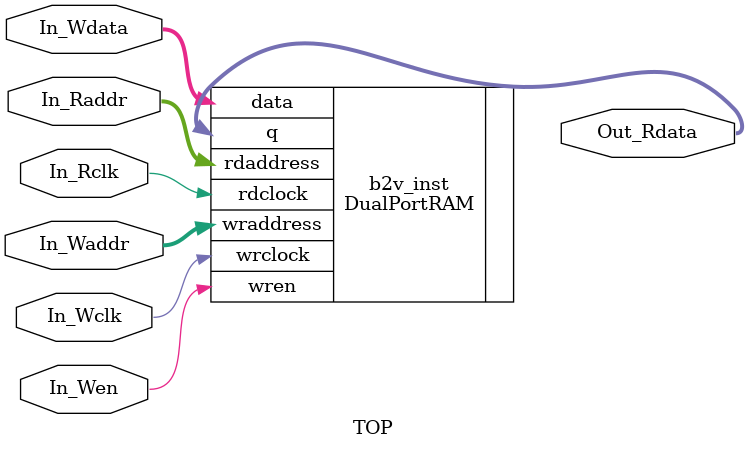
<source format=v>

module TOP(
	In_Wen,
	In_Wclk,
	In_Rclk,
	In_Raddr,
	In_Waddr,
	In_Wdata,
	Out_Rdata
);

input	In_Wen;
input	In_Wclk;
input	In_Rclk;
input	[4:0] In_Raddr;
input	[4:0] In_Waddr;
input	[7:0] In_Wdata;
output	[7:0] Out_Rdata;






DualPortRAM	b2v_inst(.wren(In_Wen),.wrclock(In_Wclk),.rdclock(In_Rclk),.data(In_Wdata),.rdaddress(In_Raddr),.wraddress(In_Waddr),.q(Out_Rdata));


endmodule

</source>
